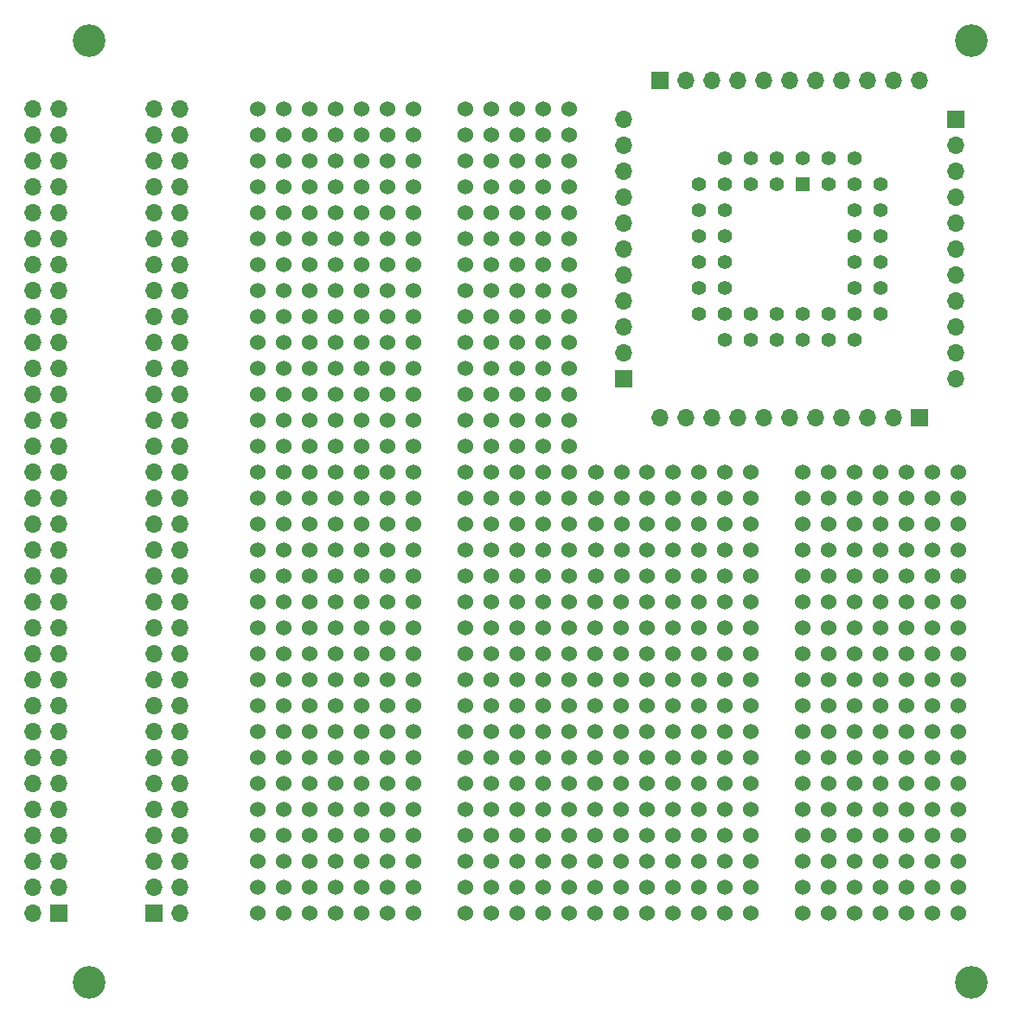
<source format=gts>
G04 #@! TF.GenerationSoftware,KiCad,Pcbnew,(6.0.2)*
G04 #@! TF.CreationDate,2022-10-17T08:50:39-07:00*
G04 #@! TF.ProjectId,Protoboard PLCC,50726f74-6f62-46f6-9172-6420504c4343,1.0*
G04 #@! TF.SameCoordinates,Original*
G04 #@! TF.FileFunction,Soldermask,Top*
G04 #@! TF.FilePolarity,Negative*
%FSLAX46Y46*%
G04 Gerber Fmt 4.6, Leading zero omitted, Abs format (unit mm)*
G04 Created by KiCad (PCBNEW (6.0.2)) date 2022-10-17 08:50:39*
%MOMM*%
%LPD*%
G01*
G04 APERTURE LIST*
%ADD10C,1.524000*%
%ADD11C,3.200000*%
%ADD12R,1.700000X1.700000*%
%ADD13O,1.700000X1.700000*%
%ADD14R,1.422400X1.422400*%
%ADD15C,1.422400*%
G04 APERTURE END LIST*
D10*
X176022000Y-107948000D03*
X178562000Y-107948000D03*
X181102000Y-107948000D03*
X183642000Y-107948000D03*
X186182000Y-107948000D03*
X176022000Y-110488000D03*
X178562000Y-110488000D03*
X181102000Y-110488000D03*
X183642000Y-110488000D03*
X186182000Y-110488000D03*
X176022000Y-92710000D03*
X178562000Y-92710000D03*
X181102000Y-92710000D03*
X183642000Y-92710000D03*
X186182000Y-92710000D03*
X176022000Y-95250000D03*
X178562000Y-95250000D03*
X181102000Y-95250000D03*
X183642000Y-95250000D03*
X186182000Y-95250000D03*
X176022000Y-97788000D03*
X178562000Y-97788000D03*
X181102000Y-97788000D03*
X183642000Y-97788000D03*
X186182000Y-97788000D03*
X176022000Y-100328000D03*
X178562000Y-100328000D03*
X181102000Y-100328000D03*
X183642000Y-100328000D03*
X186182000Y-100328000D03*
X176022000Y-118108000D03*
X178562000Y-118108000D03*
X181102000Y-118108000D03*
X183642000Y-118108000D03*
X186182000Y-118108000D03*
X176022000Y-120648000D03*
X178562000Y-120648000D03*
X181102000Y-120648000D03*
X183642000Y-120648000D03*
X186182000Y-120648000D03*
X176022000Y-123188000D03*
X178562000Y-123188000D03*
X181102000Y-123188000D03*
X183642000Y-123188000D03*
X186182000Y-123188000D03*
X176022000Y-125728000D03*
X178562000Y-125728000D03*
X181102000Y-125728000D03*
X183642000Y-125728000D03*
X186182000Y-125728000D03*
X176022000Y-102868000D03*
X178562000Y-102868000D03*
X181102000Y-102868000D03*
X183642000Y-102868000D03*
X186182000Y-102868000D03*
X176022000Y-105408000D03*
X178562000Y-105408000D03*
X181102000Y-105408000D03*
X183642000Y-105408000D03*
X186182000Y-105408000D03*
X176022000Y-128270000D03*
X178562000Y-128270000D03*
X181102000Y-128270000D03*
X183642000Y-128270000D03*
X186182000Y-128270000D03*
X176022000Y-130810000D03*
X178562000Y-130810000D03*
X181102000Y-130810000D03*
X183642000Y-130810000D03*
X186182000Y-130810000D03*
X176022000Y-133350000D03*
X178562000Y-133350000D03*
X181102000Y-133350000D03*
X183642000Y-133350000D03*
X186182000Y-133350000D03*
X176022000Y-135890000D03*
X178562000Y-135890000D03*
X181102000Y-135890000D03*
X183642000Y-135890000D03*
X186182000Y-135890000D03*
X176022000Y-113030000D03*
X178562000Y-113030000D03*
X181102000Y-113030000D03*
X183642000Y-113030000D03*
X186182000Y-113030000D03*
X176022000Y-115570000D03*
X178562000Y-115570000D03*
X181102000Y-115570000D03*
X183642000Y-115570000D03*
X186182000Y-115570000D03*
X158242000Y-135890000D03*
X155702000Y-135890000D03*
X170942000Y-110488000D03*
X168402000Y-110488000D03*
X165862000Y-110488000D03*
X163322000Y-110488000D03*
X160782000Y-110488000D03*
X170942000Y-107948000D03*
X168402000Y-107948000D03*
X165862000Y-107948000D03*
X163322000Y-107948000D03*
X160782000Y-107948000D03*
X170942000Y-100328000D03*
X168402000Y-100328000D03*
X165862000Y-100328000D03*
X163322000Y-100328000D03*
X160782000Y-100328000D03*
X170942000Y-97788000D03*
X168402000Y-97788000D03*
X165862000Y-97788000D03*
X163322000Y-97788000D03*
X160782000Y-97788000D03*
X170942000Y-120648000D03*
X168402000Y-120648000D03*
X165862000Y-120648000D03*
X163322000Y-120648000D03*
X160782000Y-120648000D03*
X170942000Y-118108000D03*
X168402000Y-118108000D03*
X165862000Y-118108000D03*
X163322000Y-118108000D03*
X160782000Y-118108000D03*
X170942000Y-125728000D03*
X168402000Y-125728000D03*
X165862000Y-125728000D03*
X163322000Y-125728000D03*
X160782000Y-125728000D03*
X170942000Y-123188000D03*
X168402000Y-123188000D03*
X165862000Y-123188000D03*
X163322000Y-123188000D03*
X160782000Y-123188000D03*
X170942000Y-95250000D03*
X168402000Y-95250000D03*
X165862000Y-95250000D03*
X163322000Y-95250000D03*
X160782000Y-95250000D03*
X170942000Y-92710000D03*
X168402000Y-92710000D03*
X165862000Y-92710000D03*
X163322000Y-92710000D03*
X160782000Y-92710000D03*
X170942000Y-105408000D03*
X168402000Y-105408000D03*
X165862000Y-105408000D03*
X163322000Y-105408000D03*
X160782000Y-105408000D03*
X170942000Y-102868000D03*
X168402000Y-102868000D03*
X165862000Y-102868000D03*
X163322000Y-102868000D03*
X160782000Y-102868000D03*
X170942000Y-130810000D03*
X168402000Y-130810000D03*
X165862000Y-130810000D03*
X163322000Y-130810000D03*
X160782000Y-130810000D03*
X170942000Y-128270000D03*
X168402000Y-128270000D03*
X165862000Y-128270000D03*
X163322000Y-128270000D03*
X160782000Y-128270000D03*
X170942000Y-135890000D03*
X168402000Y-135890000D03*
X165862000Y-135890000D03*
X163322000Y-135890000D03*
X160782000Y-135890000D03*
X170942000Y-133350000D03*
X168402000Y-133350000D03*
X165862000Y-133350000D03*
X163322000Y-133350000D03*
X160782000Y-133350000D03*
X170942000Y-115570000D03*
X168402000Y-115570000D03*
X165862000Y-115570000D03*
X163322000Y-115570000D03*
X160782000Y-115570000D03*
X170942000Y-113030000D03*
X168402000Y-113030000D03*
X165862000Y-113030000D03*
X163322000Y-113030000D03*
X160782000Y-113030000D03*
X127762000Y-133350000D03*
X130302000Y-133350000D03*
X132842000Y-133350000D03*
X135382000Y-133350000D03*
X137922000Y-133350000D03*
X127762000Y-135890000D03*
X130302000Y-135890000D03*
X132842000Y-135890000D03*
X135382000Y-135890000D03*
X137922000Y-135890000D03*
X127762000Y-77472000D03*
X130302000Y-77472000D03*
X132842000Y-77472000D03*
X135382000Y-77472000D03*
X137922000Y-77472000D03*
X127762000Y-80012000D03*
X130302000Y-80012000D03*
X132842000Y-80012000D03*
X135382000Y-80012000D03*
X137922000Y-80012000D03*
X127762000Y-67310000D03*
X130302000Y-67310000D03*
X132842000Y-67310000D03*
X135382000Y-67310000D03*
X137922000Y-67310000D03*
X127762000Y-69850000D03*
X130302000Y-69850000D03*
X132842000Y-69850000D03*
X135382000Y-69850000D03*
X137922000Y-69850000D03*
X127762000Y-72390000D03*
X130302000Y-72390000D03*
X132842000Y-72390000D03*
X135382000Y-72390000D03*
X137922000Y-72390000D03*
X127762000Y-74930000D03*
X130302000Y-74930000D03*
X132842000Y-74930000D03*
X135382000Y-74930000D03*
X137922000Y-74930000D03*
X137922000Y-64770000D03*
X135382000Y-64770000D03*
X132842000Y-64770000D03*
X130302000Y-64770000D03*
X127762000Y-64770000D03*
X137922000Y-62230000D03*
X135382000Y-62230000D03*
X132842000Y-62230000D03*
X130302000Y-62230000D03*
X127762000Y-62230000D03*
X127762000Y-82550000D03*
X130302000Y-82550000D03*
X132842000Y-82550000D03*
X135382000Y-82550000D03*
X137922000Y-82550000D03*
X127762000Y-85090000D03*
X130302000Y-85090000D03*
X132842000Y-85090000D03*
X135382000Y-85090000D03*
X137922000Y-85090000D03*
X127762000Y-107948000D03*
X130302000Y-107948000D03*
X132842000Y-107948000D03*
X135382000Y-107948000D03*
X137922000Y-107948000D03*
X127762000Y-110488000D03*
X130302000Y-110488000D03*
X132842000Y-110488000D03*
X135382000Y-110488000D03*
X137922000Y-110488000D03*
X127762000Y-97788000D03*
X130302000Y-97788000D03*
X132842000Y-97788000D03*
X135382000Y-97788000D03*
X137922000Y-97788000D03*
X127762000Y-100328000D03*
X130302000Y-100328000D03*
X132842000Y-100328000D03*
X135382000Y-100328000D03*
X137922000Y-100328000D03*
X127762000Y-118108000D03*
X130302000Y-118108000D03*
X132842000Y-118108000D03*
X135382000Y-118108000D03*
X137922000Y-118108000D03*
X127762000Y-120648000D03*
X130302000Y-120648000D03*
X132842000Y-120648000D03*
X135382000Y-120648000D03*
X137922000Y-120648000D03*
X127762000Y-123188000D03*
X130302000Y-123188000D03*
X132842000Y-123188000D03*
X135382000Y-123188000D03*
X137922000Y-123188000D03*
X127762000Y-125728000D03*
X130302000Y-125728000D03*
X132842000Y-125728000D03*
X135382000Y-125728000D03*
X137922000Y-125728000D03*
X127762000Y-92710000D03*
X130302000Y-92710000D03*
X132842000Y-92710000D03*
X135382000Y-92710000D03*
X137922000Y-92710000D03*
X127762000Y-95250000D03*
X130302000Y-95250000D03*
X132842000Y-95250000D03*
X135382000Y-95250000D03*
X137922000Y-95250000D03*
X127762000Y-87630000D03*
X130302000Y-87630000D03*
X132842000Y-87630000D03*
X135382000Y-87630000D03*
X137922000Y-87630000D03*
X127762000Y-90170000D03*
X130302000Y-90170000D03*
X132842000Y-90170000D03*
X135382000Y-90170000D03*
X137922000Y-90170000D03*
X127762000Y-102868000D03*
X130302000Y-102868000D03*
X132842000Y-102868000D03*
X135382000Y-102868000D03*
X137922000Y-102868000D03*
X127762000Y-105408000D03*
X130302000Y-105408000D03*
X132842000Y-105408000D03*
X135382000Y-105408000D03*
X137922000Y-105408000D03*
X127762000Y-128270000D03*
X130302000Y-128270000D03*
X132842000Y-128270000D03*
X135382000Y-128270000D03*
X137922000Y-128270000D03*
X127762000Y-130810000D03*
X130302000Y-130810000D03*
X132842000Y-130810000D03*
X135382000Y-130810000D03*
X137922000Y-130810000D03*
X127762000Y-113030000D03*
X130302000Y-113030000D03*
X132842000Y-113030000D03*
X135382000Y-113030000D03*
X137922000Y-113030000D03*
X127762000Y-115570000D03*
X130302000Y-115570000D03*
X132842000Y-115570000D03*
X135382000Y-115570000D03*
X137922000Y-115570000D03*
X127762000Y-57152000D03*
X130302000Y-57152000D03*
X132842000Y-57152000D03*
X135382000Y-57152000D03*
X137922000Y-57152000D03*
X127762000Y-59692000D03*
X130302000Y-59692000D03*
X132842000Y-59692000D03*
X135382000Y-59692000D03*
X137922000Y-59692000D03*
X143002000Y-128270000D03*
X145542000Y-128270000D03*
X148082000Y-128270000D03*
X150622000Y-128270000D03*
X153162000Y-128270000D03*
X143002000Y-130810000D03*
X145542000Y-130810000D03*
X148082000Y-130810000D03*
X150622000Y-130810000D03*
X153162000Y-130810000D03*
X143002000Y-133350000D03*
X145542000Y-133350000D03*
X148082000Y-133350000D03*
X150622000Y-133350000D03*
X153162000Y-133350000D03*
X143002000Y-135890000D03*
X145542000Y-135890000D03*
X148082000Y-135890000D03*
X150622000Y-135890000D03*
X153162000Y-135890000D03*
X143002000Y-113030000D03*
X145542000Y-113030000D03*
X148082000Y-113030000D03*
X150622000Y-113030000D03*
X153162000Y-113030000D03*
X143002000Y-115570000D03*
X145542000Y-115570000D03*
X148082000Y-115570000D03*
X150622000Y-115570000D03*
X153162000Y-115570000D03*
X143002000Y-102868000D03*
X145542000Y-102868000D03*
X148082000Y-102868000D03*
X150622000Y-102868000D03*
X153162000Y-102868000D03*
X143002000Y-105408000D03*
X145542000Y-105408000D03*
X148082000Y-105408000D03*
X150622000Y-105408000D03*
X153162000Y-105408000D03*
X143002000Y-107948000D03*
X145542000Y-107948000D03*
X148082000Y-107948000D03*
X150622000Y-107948000D03*
X153162000Y-107948000D03*
X143002000Y-110488000D03*
X145542000Y-110488000D03*
X148082000Y-110488000D03*
X150622000Y-110488000D03*
X153162000Y-110488000D03*
X143002000Y-97788000D03*
X145542000Y-97788000D03*
X148082000Y-97788000D03*
X150622000Y-97788000D03*
X153162000Y-97788000D03*
X143002000Y-100328000D03*
X145542000Y-100328000D03*
X148082000Y-100328000D03*
X150622000Y-100328000D03*
X153162000Y-100328000D03*
X143002000Y-118108000D03*
X145542000Y-118108000D03*
X148082000Y-118108000D03*
X150622000Y-118108000D03*
X153162000Y-118108000D03*
X143002000Y-120648000D03*
X145542000Y-120648000D03*
X148082000Y-120648000D03*
X150622000Y-120648000D03*
X153162000Y-120648000D03*
X143002000Y-123188000D03*
X145542000Y-123188000D03*
X148082000Y-123188000D03*
X150622000Y-123188000D03*
X153162000Y-123188000D03*
X143002000Y-125728000D03*
X145542000Y-125728000D03*
X148082000Y-125728000D03*
X150622000Y-125728000D03*
X153162000Y-125728000D03*
X143002000Y-92710000D03*
X145542000Y-92710000D03*
X148082000Y-92710000D03*
X150622000Y-92710000D03*
X153162000Y-92710000D03*
X143002000Y-95250000D03*
X145542000Y-95250000D03*
X148082000Y-95250000D03*
X150622000Y-95250000D03*
X153162000Y-95250000D03*
X143002000Y-87630000D03*
X145542000Y-87630000D03*
X148082000Y-87630000D03*
X150622000Y-87630000D03*
X153162000Y-87630000D03*
X143002000Y-90170000D03*
X145542000Y-90170000D03*
X148082000Y-90170000D03*
X150622000Y-90170000D03*
X153162000Y-90170000D03*
X143002000Y-82550000D03*
X145542000Y-82550000D03*
X148082000Y-82550000D03*
X150622000Y-82550000D03*
X153162000Y-82550000D03*
X143002000Y-85090000D03*
X145542000Y-85090000D03*
X148082000Y-85090000D03*
X150622000Y-85090000D03*
X153162000Y-85090000D03*
X143002000Y-77472000D03*
X145542000Y-77472000D03*
X148082000Y-77472000D03*
X150622000Y-77472000D03*
X153162000Y-77472000D03*
X143002000Y-80012000D03*
X145542000Y-80012000D03*
X148082000Y-80012000D03*
X150622000Y-80012000D03*
X153162000Y-80012000D03*
X143002000Y-72390000D03*
X145542000Y-72390000D03*
X148082000Y-72390000D03*
X150622000Y-72390000D03*
X153162000Y-72390000D03*
X143002000Y-74930000D03*
X145542000Y-74930000D03*
X148082000Y-74930000D03*
X150622000Y-74930000D03*
X153162000Y-74930000D03*
X143002000Y-67310000D03*
X145542000Y-67310000D03*
X148082000Y-67310000D03*
X150622000Y-67310000D03*
X153162000Y-67310000D03*
X143002000Y-69850000D03*
X145542000Y-69850000D03*
X148082000Y-69850000D03*
X150622000Y-69850000D03*
X153162000Y-69850000D03*
X143002000Y-62230000D03*
X145542000Y-62230000D03*
X148082000Y-62230000D03*
X150622000Y-62230000D03*
X153162000Y-62230000D03*
X143002000Y-64770000D03*
X145542000Y-64770000D03*
X148082000Y-64770000D03*
X150622000Y-64770000D03*
X153162000Y-64770000D03*
X125222000Y-95250000D03*
X125222000Y-97790000D03*
X125222000Y-100330000D03*
X125222000Y-102870000D03*
X125222000Y-105410000D03*
X122682000Y-95250000D03*
X122682000Y-97790000D03*
X122682000Y-100330000D03*
X122682000Y-102870000D03*
X122682000Y-105410000D03*
X125222000Y-82550000D03*
X125222000Y-85090000D03*
X125222000Y-87630000D03*
X125222000Y-90170000D03*
X125222000Y-92710000D03*
X122682000Y-82550000D03*
X122682000Y-85090000D03*
X122682000Y-87630000D03*
X122682000Y-90170000D03*
X122682000Y-92710000D03*
X125222000Y-69850000D03*
X125222000Y-72390000D03*
X125222000Y-74930000D03*
X125222000Y-77470000D03*
X125222000Y-80010000D03*
X125222000Y-57150000D03*
X125222000Y-59690000D03*
X125222000Y-62230000D03*
X125222000Y-64770000D03*
X125222000Y-67310000D03*
X122682000Y-69850000D03*
X122682000Y-72390000D03*
X122682000Y-74930000D03*
X122682000Y-77470000D03*
X122682000Y-80010000D03*
X122682000Y-57150000D03*
X122682000Y-59690000D03*
X122682000Y-62230000D03*
X122682000Y-64770000D03*
X122682000Y-67310000D03*
X191260000Y-135890000D03*
X188720000Y-135890000D03*
X191260000Y-133352000D03*
X188720000Y-133352000D03*
X191260000Y-130812000D03*
X188720000Y-130812000D03*
X158242000Y-118110000D03*
X158242000Y-120650000D03*
X158242000Y-123190000D03*
X158242000Y-125730000D03*
X158242000Y-128270000D03*
X155702000Y-118110000D03*
X155702000Y-120650000D03*
X155702000Y-123190000D03*
X155702000Y-125730000D03*
X155702000Y-128270000D03*
D11*
X192532000Y-50419000D03*
X192532000Y-142621000D03*
X106172000Y-50419000D03*
X106172000Y-142621000D03*
D12*
X112522000Y-135890000D03*
D13*
X115062000Y-135890000D03*
X112522000Y-133350000D03*
X115062000Y-133350000D03*
X112522000Y-130810000D03*
X115062000Y-130810000D03*
X112522000Y-128270000D03*
X115062000Y-128270000D03*
X112522000Y-125730000D03*
X115062000Y-125730000D03*
X112522000Y-123190000D03*
X115062000Y-123190000D03*
X112522000Y-120650000D03*
X115062000Y-120650000D03*
X112522000Y-118110000D03*
X115062000Y-118110000D03*
X112522000Y-115570000D03*
X115062000Y-115570000D03*
X112522000Y-113030000D03*
X115062000Y-113030000D03*
X112522000Y-110490000D03*
X115062000Y-110490000D03*
X112522000Y-107950000D03*
X115062000Y-107950000D03*
X112522000Y-105410000D03*
X115062000Y-105410000D03*
X112522000Y-102870000D03*
X115062000Y-102870000D03*
X112522000Y-100330000D03*
X115062000Y-100330000D03*
X112522000Y-97790000D03*
X115062000Y-97790000D03*
X112522000Y-95250000D03*
X115062000Y-95250000D03*
X112522000Y-92710000D03*
X115062000Y-92710000D03*
X112522000Y-90170000D03*
X115062000Y-90170000D03*
X112522000Y-87630000D03*
X115062000Y-87630000D03*
X112522000Y-85090000D03*
X115062000Y-85090000D03*
X112522000Y-82550000D03*
X115062000Y-82550000D03*
X112522000Y-80010000D03*
X115062000Y-80010000D03*
X112522000Y-77470000D03*
X115062000Y-77470000D03*
X112522000Y-74930000D03*
X115062000Y-74930000D03*
X112522000Y-72390000D03*
X115062000Y-72390000D03*
X112522000Y-69850000D03*
X115062000Y-69850000D03*
X112522000Y-67310000D03*
X115062000Y-67310000D03*
X112522000Y-64770000D03*
X115062000Y-64770000D03*
X112522000Y-62230000D03*
X115062000Y-62230000D03*
X112522000Y-59690000D03*
X115062000Y-59690000D03*
X112522000Y-57150000D03*
X115062000Y-57150000D03*
D12*
X162052000Y-54320000D03*
D13*
X164592000Y-54320000D03*
X167132000Y-54320000D03*
X169672000Y-54320000D03*
X172212000Y-54320000D03*
X174752000Y-54320000D03*
X177292000Y-54320000D03*
X179832000Y-54320000D03*
X182372000Y-54320000D03*
X184912000Y-54320000D03*
X187452000Y-54320000D03*
D12*
X158496000Y-83530000D03*
D13*
X158496000Y-80990000D03*
X158496000Y-78450000D03*
X158496000Y-75910000D03*
X158496000Y-73370000D03*
X158496000Y-70830000D03*
X158496000Y-68290000D03*
X158496000Y-65750000D03*
X158496000Y-63210000D03*
X158496000Y-60670000D03*
X158496000Y-58130000D03*
D12*
X191008000Y-58166000D03*
D13*
X191008000Y-60706000D03*
X191008000Y-63246000D03*
X191008000Y-65786000D03*
X191008000Y-68326000D03*
X191008000Y-70866000D03*
X191008000Y-73406000D03*
X191008000Y-75946000D03*
X191008000Y-78486000D03*
X191008000Y-81026000D03*
X191008000Y-83566000D03*
D10*
X143002000Y-57152000D03*
X145542000Y-57152000D03*
X148082000Y-57152000D03*
X150622000Y-57152000D03*
X153162000Y-57152000D03*
X143002000Y-59692000D03*
X145542000Y-59692000D03*
X148082000Y-59692000D03*
X150622000Y-59692000D03*
X153162000Y-59692000D03*
X158242000Y-105410000D03*
X158242000Y-107950000D03*
X158242000Y-110490000D03*
X158242000Y-113030000D03*
X158242000Y-115570000D03*
X155702000Y-105410000D03*
X155702000Y-107950000D03*
X155702000Y-110490000D03*
X155702000Y-113030000D03*
X155702000Y-115570000D03*
X188722000Y-102870000D03*
X188722000Y-100330000D03*
X188722000Y-97790000D03*
X188722000Y-95250000D03*
X188722000Y-92710000D03*
X191262000Y-102870000D03*
X191262000Y-100330000D03*
X191262000Y-97790000D03*
X191262000Y-95250000D03*
X191262000Y-92710000D03*
X155704000Y-102870000D03*
X155704000Y-100330000D03*
X155704000Y-97790000D03*
X155704000Y-95250000D03*
X155704000Y-92710000D03*
X158244000Y-102870000D03*
X158244000Y-100330000D03*
X158244000Y-97790000D03*
X158244000Y-95250000D03*
X158244000Y-92710000D03*
X122682000Y-118110000D03*
X122682000Y-115570000D03*
X122682000Y-113030000D03*
X122682000Y-110490000D03*
X122682000Y-107950000D03*
X125222000Y-118110000D03*
X125222000Y-115570000D03*
X125222000Y-113030000D03*
X125222000Y-110490000D03*
X125222000Y-107950000D03*
D12*
X103160000Y-135895000D03*
D13*
X100620000Y-135895000D03*
X103160000Y-133355000D03*
X100620000Y-133355000D03*
X103160000Y-130815000D03*
X100620000Y-130815000D03*
X103160000Y-128275000D03*
X100620000Y-128275000D03*
X103160000Y-125735000D03*
X100620000Y-125735000D03*
X103160000Y-123195000D03*
X100620000Y-123195000D03*
X103160000Y-120655000D03*
X100620000Y-120655000D03*
X103160000Y-118115000D03*
X100620000Y-118115000D03*
X103160000Y-115575000D03*
X100620000Y-115575000D03*
X103160000Y-113035000D03*
X100620000Y-113035000D03*
X103160000Y-110495000D03*
X100620000Y-110495000D03*
X103160000Y-107955000D03*
X100620000Y-107955000D03*
X103160000Y-105415000D03*
X100620000Y-105415000D03*
X103160000Y-102875000D03*
X100620000Y-102875000D03*
X103160000Y-100335000D03*
X100620000Y-100335000D03*
X103160000Y-97795000D03*
X100620000Y-97795000D03*
X103160000Y-95255000D03*
X100620000Y-95255000D03*
X103160000Y-92715000D03*
X100620000Y-92715000D03*
X103160000Y-90175000D03*
X100620000Y-90175000D03*
X103160000Y-87635000D03*
X100620000Y-87635000D03*
X103160000Y-85095000D03*
X100620000Y-85095000D03*
X103160000Y-82555000D03*
X100620000Y-82555000D03*
X103160000Y-80015000D03*
X100620000Y-80015000D03*
X103160000Y-77475000D03*
X100620000Y-77475000D03*
X103160000Y-74935000D03*
X100620000Y-74935000D03*
X103160000Y-72395000D03*
X100620000Y-72395000D03*
X103160000Y-69855000D03*
X100620000Y-69855000D03*
X103160000Y-67315000D03*
X100620000Y-67315000D03*
X103160000Y-64775000D03*
X100620000Y-64775000D03*
X103160000Y-62235000D03*
X100620000Y-62235000D03*
X103160000Y-59695000D03*
X100620000Y-59695000D03*
X103160000Y-57155000D03*
X100620000Y-57155000D03*
D10*
X155702000Y-130810000D03*
X158242000Y-130810000D03*
X155702000Y-133350000D03*
X158242000Y-133350000D03*
X122682000Y-135890000D03*
X125222000Y-135890000D03*
X122682000Y-133350000D03*
X125222000Y-133350000D03*
X188720000Y-115570000D03*
X188720000Y-113030000D03*
X188720000Y-110490000D03*
X188720000Y-107950000D03*
X188720000Y-105410000D03*
X191260000Y-115570000D03*
X191260000Y-113030000D03*
X191260000Y-110490000D03*
X191260000Y-107950000D03*
X191260000Y-105410000D03*
X188720000Y-128270000D03*
X188720000Y-125730000D03*
X188720000Y-123190000D03*
X188720000Y-120650000D03*
X188720000Y-118110000D03*
X191260000Y-128270000D03*
X191260000Y-125730000D03*
X191260000Y-123190000D03*
X191260000Y-120650000D03*
X191260000Y-118110000D03*
D12*
X187452000Y-87340000D03*
D13*
X184912000Y-87340000D03*
X182372000Y-87340000D03*
X179832000Y-87340000D03*
X177292000Y-87340000D03*
X174752000Y-87340000D03*
X172212000Y-87340000D03*
X169672000Y-87340000D03*
X167132000Y-87340000D03*
X164592000Y-87340000D03*
X162052000Y-87340000D03*
D10*
X122682000Y-130810000D03*
X122682000Y-128270000D03*
X122682000Y-125730000D03*
X122682000Y-123190000D03*
X122682000Y-120650000D03*
X125222000Y-130810000D03*
X125222000Y-128270000D03*
X125222000Y-125730000D03*
X125222000Y-123190000D03*
X125222000Y-120650000D03*
D14*
X176022000Y-64516000D03*
D15*
X173482000Y-61976000D03*
X173482000Y-64516000D03*
X170942000Y-61976000D03*
X170942000Y-64516000D03*
X168402000Y-61976000D03*
X165862000Y-64516000D03*
X168402000Y-64516000D03*
X165862000Y-67056000D03*
X168402000Y-67056000D03*
X165862000Y-69596000D03*
X168402000Y-69596000D03*
X165862000Y-72136000D03*
X168402000Y-72136000D03*
X165862000Y-74676000D03*
X168402000Y-74676000D03*
X165862000Y-77216000D03*
X168402000Y-79756000D03*
X168402000Y-77216000D03*
X170942000Y-79756000D03*
X170942000Y-77216000D03*
X173482000Y-79756000D03*
X173482000Y-77216000D03*
X176022000Y-79756000D03*
X176022000Y-77216000D03*
X178562000Y-79756000D03*
X178562000Y-77216000D03*
X181102000Y-79756000D03*
X183642000Y-77216000D03*
X181102000Y-77216000D03*
X183642000Y-74676000D03*
X181102000Y-74676000D03*
X183642000Y-72136000D03*
X181102000Y-72136000D03*
X183642000Y-69596000D03*
X181102000Y-69596000D03*
X183642000Y-67056000D03*
X181102000Y-67056000D03*
X183642000Y-64516000D03*
X181102000Y-61976000D03*
X181102000Y-64516000D03*
X178562000Y-61976000D03*
X178562000Y-64516000D03*
X176022000Y-61976000D03*
M02*

</source>
